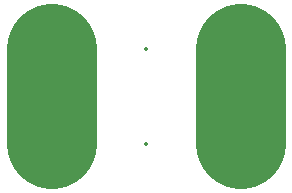
<source format=gbl>
%TF.GenerationSoftware,KiCad,Pcbnew,4.0.5-e0-6337~49~ubuntu16.04.1*%
%TF.CreationDate,2017-05-27T16:38:08-07:00*%
%TF.ProjectId,2x3-Speaker-SMT-11mm-Pitch,3278332D537065616B65722D534D542D,v1.1*%
%TF.FileFunction,Copper,L2,Bot,Signal*%
%FSLAX46Y46*%
G04 Gerber Fmt 4.6, Leading zero omitted, Abs format (unit mm)*
G04 Created by KiCad (PCBNEW 4.0.5-e0-6337~49~ubuntu16.04.1) date Sat May 27 16:38:08 2017*
%MOMM*%
%LPD*%
G01*
G04 APERTURE LIST*
%ADD10C,0.350000*%
%ADD11C,7.600000*%
%ADD12C,6.000000*%
%ADD13C,0.350000*%
G04 APERTURE END LIST*
D10*
D11*
X5320760Y-34529760D02*
X5320760Y-42529760D01*
X21320760Y-34529760D02*
X21320760Y-42529760D01*
D12*
X5320760Y-42529760D03*
X21320760Y-42529760D03*
X21320760Y-34529760D03*
X5320760Y-34529760D03*
D13*
X5320760Y-42529760D03*
X21320760Y-42529760D03*
X21320760Y-34529760D03*
X5320760Y-34529760D03*
X13320760Y-34529760D03*
X13320760Y-42529760D03*
M02*

</source>
